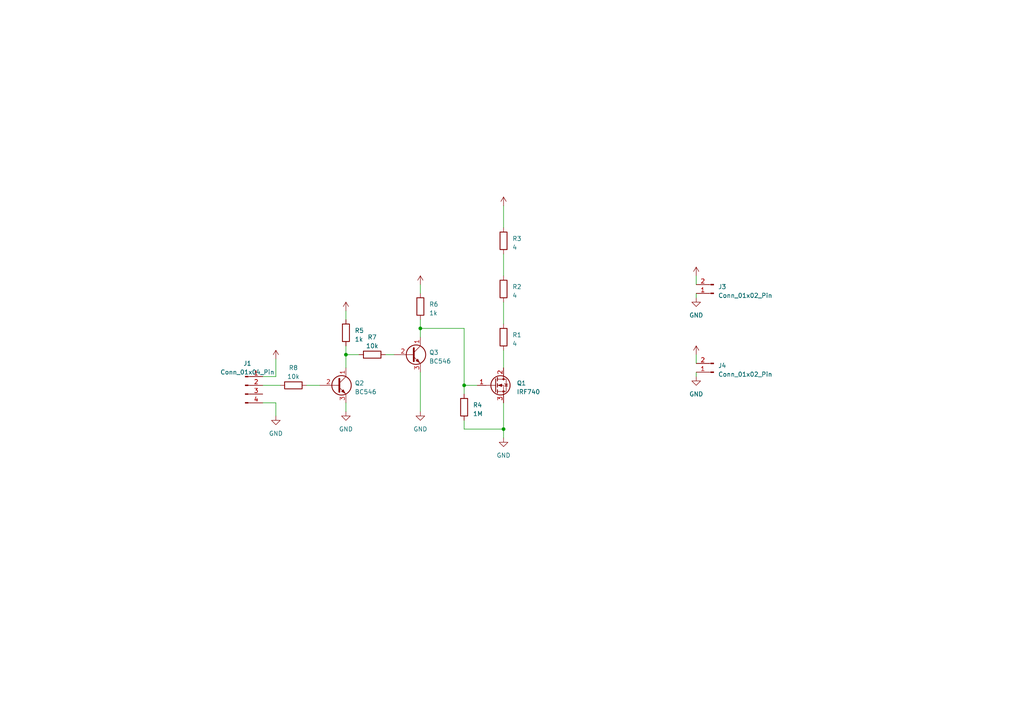
<source format=kicad_sch>
(kicad_sch (version 20230121) (generator eeschema)
  (paper "A4")
  (title_block (title "Pinzettenheizung") (date "2023-11-09") (rev "1.1") (company "E-Werkstatt Biologie") (comment 1 "Johann Schmid") (comment 2 "https://github.com/Johann-Schmid/PinzettenHeizung"))
  (lib_symbols
    (symbol "Connector:Conn_01x02_Pin" (pin_names (offset 1.016) hide)
      (property "Reference" "J" (at 0 2.54 0))
      (property "Value" "Conn_01x02_Pin" (at 0 -5.08 0))
      (symbol "Conn_01x02_Pin_1_1"
        (polyline (pts (xy 1.27 -2.54) (xy 0.8636 -2.54)) (stroke (width 0.1524)))
        (polyline (pts (xy 1.27 0) (xy 0.8636 0)) (stroke (width 0.1524)))
        (rectangle (start 0.8636 -2.413) (end 0 -2.667) (stroke (width 0.1524)) (fill (type outline)))
        (rectangle (start 0.8636 0.127) (end 0 -0.127) (stroke (width 0.1524)) (fill (type outline)))
        (pin passive line (at 5.08 0 180) (length 3.81) (name "Pin_1") (number "1"))
        (pin passive line (at 5.08 -2.54 180) (length 3.81) (name "Pin_2") (number "2"))
      )
    )
    (symbol "Connector:Conn_01x04_Pin" (pin_names (offset 1.016) hide)
      (property "Reference" "J" (at 0 5.08 0))
      (property "Value" "Conn_01x04_Pin" (at 0 -7.62 0))
      (symbol "Conn_01x04_Pin_1_1"
        (polyline (pts (xy 1.27 -5.08) (xy 0.8636 -5.08)) (stroke (width 0.1524)))
        (polyline (pts (xy 1.27 -2.54) (xy 0.8636 -2.54)) (stroke (width 0.1524)))
        (polyline (pts (xy 1.27 0) (xy 0.8636 0)) (stroke (width 0.1524)))
        (polyline (pts (xy 1.27 2.54) (xy 0.8636 2.54)) (stroke (width 0.1524)))
        (rectangle (start 0.8636 -4.953) (end 0 -5.207) (stroke (width 0.1524)) (fill (type outline)))
        (rectangle (start 0.8636 -2.413) (end 0 -2.667) (stroke (width 0.1524)) (fill (type outline)))
        (rectangle (start 0.8636 0.127) (end 0 -0.127) (stroke (width 0.1524)) (fill (type outline)))
        (rectangle (start 0.8636 2.667) (end 0 2.413) (stroke (width 0.1524)) (fill (type outline)))
        (pin passive line (at 5.08 2.54 180) (length 3.81) (name "Pin_1") (number "1"))
        (pin passive line (at 5.08 0 180) (length 3.81) (name "Pin_2") (number "2"))
        (pin passive line (at 5.08 -2.54 180) (length 3.81) (name "Pin_3") (number "3"))
        (pin passive line (at 5.08 -5.08 180) (length 3.81) (name "Pin_4") (number "4"))
      )
    )
    (symbol "Device:R" (pin_numbers hide) (pin_names (offset 0))
      (property "Reference" "R" (at 2.032 0 90))
      (property "Value" "R" (at 0 0 90))
      (symbol "R_0_1"
        (rectangle (start -1.016 -2.54) (end 1.016 2.54) (stroke (width 0.254)))
      )
      (symbol "R_1_1"
        (pin passive line (at 0 3.81 270) (length 1.27) (name "~") (number "1"))
        (pin passive line (at 0 -3.81 90) (length 1.27) (name "~") (number "2"))
      )
    )
    (symbol "Transistor_BJT:BC546" (pin_names (offset 0) hide)
      (property "Reference" "Q" (at 5.08 1.905 0))
      (property "Value" "BC546" (at 5.08 0 0))
      (symbol "BC546_0_1"
        (polyline (pts (xy 0 0) (xy 0.635 0)))
        (polyline (pts (xy 0.635 0.635) (xy 2.54 2.54)))
        (polyline (pts (xy 0.635 -0.635) (xy 2.54 -2.54) (xy 2.54 -2.54)))
        (polyline (pts (xy 0.635 1.905) (xy 0.635 -1.905) (xy 0.635 -1.905)) (stroke (width 0.508)))
        (polyline (pts (xy 1.27 -1.778) (xy 1.778 -1.27) (xy 2.286 -2.286) (xy 1.27 -1.778) (xy 1.27 -1.778)) (fill (type outline)))
        (circle (center 1.27 0) (radius 2.8194) (stroke (width 0.254)))
      )
      (symbol "BC546_1_1"
        (pin passive line (at 2.54 5.08 270) (length 2.54) (name "C") (number "1"))
        (pin input line (at -5.08 0 0) (length 5.08) (name "B") (number "2"))
        (pin passive line (at 2.54 -5.08 90) (length 2.54) (name "E") (number "3"))
      )
    )
    (symbol "Transistor_FET:IRF740" (pin_names hide)
      (property "Reference" "Q" (at 6.35 1.905 0))
      (property "Value" "IRF740" (at 6.35 0 0))
      (symbol "IRF740_0_1"
        (polyline (pts (xy 0.254 0) (xy -2.54 0)))
        (polyline (pts (xy 0.254 1.905) (xy 0.254 -1.905)) (stroke (width 0.254)))
        (polyline (pts (xy 0.762 -1.27) (xy 0.762 -2.286)) (stroke (width 0.254)))
        (polyline (pts (xy 0.762 0.508) (xy 0.762 -0.508)) (stroke (width 0.254)))
        (polyline (pts (xy 0.762 2.286) (xy 0.762 1.27)) (stroke (width 0.254)))
        (polyline (pts (xy 2.54 2.54) (xy 2.54 1.778)))
        (polyline (pts (xy 2.54 -2.54) (xy 2.54 0) (xy 0.762 0)))
        (polyline (pts (xy 0.762 -1.778) (xy 3.302 -1.778) (xy 3.302 1.778) (xy 0.762 1.778)))
        (polyline (pts (xy 1.016 0) (xy 2.032 0.381) (xy 2.032 -0.381) (xy 1.016 0)) (fill (type outline)))
        (polyline (pts (xy 2.794 0.508) (xy 2.921 0.381) (xy 3.683 0.381) (xy 3.81 0.254)))
        (polyline (pts (xy 3.302 0.381) (xy 2.921 -0.254) (xy 3.683 -0.254) (xy 3.302 0.381)))
        (circle (center 1.651 0) (radius 2.794) (stroke (width 0.254)))
        (circle (center 2.54 -1.778) (radius 0.254) (fill (type outline)))
        (circle (center 2.54 1.778) (radius 0.254) (fill (type outline)))
      )
      (symbol "IRF740_1_1"
        (pin input line (at -5.08 0 0) (length 2.54) (name "G") (number "1"))
        (pin passive line (at 2.54 5.08 270) (length 2.54) (name "D") (number "2"))
        (pin passive line (at 2.54 -5.08 90) (length 2.54) (name "S") (number "3"))
      )
    )
    (symbol "power:GND" (power) (pin_names (offset 0))
      (property "Value" "GND" (at 0 -3.81 0))
      (symbol "GND_0_1"
        (polyline (pts (xy 0 0) (xy 0 -1.27) (xy 1.27 -1.27) (xy 0 -2.54) (xy -1.27 -1.27) (xy 0 -1.27)))
      )
      (symbol "GND_1_1"
        (pin power_in line (at 0 0 270) (length 0) hide (name "GND") (number "1"))
      )
    )
    (symbol "power:VCC" (power) (pin_names (offset 0))
      (property "Value" "VCC" (at 0 3.81 0))
      (symbol "VCC_0_1"
        (polyline (pts (xy -0.762 1.27) (xy 0 2.54)))
        (polyline (pts (xy 0 0) (xy 0 2.54)))
        (polyline (pts (xy 0 2.54) (xy 0.762 1.27)))
      )
      (symbol "VCC_1_1"
        (pin power_in line (at 0 0 90) (length 0) hide (name "VCC") (number "1"))
      )
    )
  )
  (junction (at 100.33 102.87))
  (junction (at 121.92 95.25))
  (junction (at 146.05 124.46))
  (junction (at 134.62 111.76))
  (wire (pts (xy 146.05 73.66) (xy 146.05 80.01)))
  (wire (pts (xy 134.62 111.76) (xy 134.62 95.25)))
  (wire (pts (xy 76.2 109.22) (xy 80.01 109.22)))
  (wire (pts (xy 134.62 114.3) (xy 134.62 111.76)))
  (wire (pts (xy 121.92 107.95) (xy 121.92 119.38)))
  (wire (pts (xy 146.05 124.46) (xy 146.05 127)))
  (wire (pts (xy 88.9 111.76) (xy 92.71 111.76)))
  (wire (pts (xy 134.62 111.76) (xy 138.43 111.76)))
  (wire (pts (xy 121.92 95.25) (xy 121.92 97.79)))
  (wire (pts (xy 76.2 116.84) (xy 80.01 116.84)))
  (wire (pts (xy 100.33 100.33) (xy 100.33 102.87)))
  (wire (pts (xy 76.2 111.76) (xy 81.28 111.76)))
  (wire (pts (xy 134.62 124.46) (xy 146.05 124.46)))
  (wire (pts (xy 201.93 102.87) (xy 201.93 105.41)))
  (wire (pts (xy 111.76 102.87) (xy 114.3 102.87)))
  (wire (pts (xy 100.33 90.17) (xy 100.33 92.71)))
  (wire (pts (xy 146.05 116.84) (xy 146.05 124.46)))
  (wire (pts (xy 121.92 82.55) (xy 121.92 85.09)))
  (wire (pts (xy 201.93 80.01) (xy 201.93 82.55)))
  (wire (pts (xy 121.92 92.71) (xy 121.92 95.25)))
  (wire (pts (xy 134.62 121.92) (xy 134.62 124.46)))
  (wire (pts (xy 146.05 101.6) (xy 146.05 106.68)))
  (wire (pts (xy 146.05 59.69) (xy 146.05 66.04)))
  (wire (pts (xy 80.01 116.84) (xy 80.01 120.65)))
  (wire (pts (xy 80.01 109.22) (xy 80.01 104.14)))
  (wire (pts (xy 100.33 102.87) (xy 100.33 106.68)))
  (wire (pts (xy 146.05 87.63) (xy 146.05 93.98)))
  (wire (pts (xy 100.33 116.84) (xy 100.33 119.38)))
  (wire (pts (xy 201.93 85.09) (xy 201.93 86.36)))
  (wire (pts (xy 100.33 102.87) (xy 104.14 102.87)))
  (wire (pts (xy 121.92 95.25) (xy 134.62 95.25)))
  (wire (pts (xy 201.93 107.95) (xy 201.93 109.22)))
  (symbol (lib_id "Connector:Conn_01x04_Pin") (at 71.12 111.76 0) (unit 1)
    (property "Reference" "J1" (at 71.755 105.41 0))
    (property "Value" "Conn_01x04_Pin" (at 71.755 107.95 0))
  )
  (symbol (lib_id "power:GND") (at 100.33 119.38 0) (unit 1)
    (property "Reference" "#PWR09" (effects hide))
    (property "Value" "GND" (at 100.33 124.46 0))
  )
  (symbol (lib_id "power:VCC") (at 80.01 104.14 0) (unit 1)
    (property "Reference" "#PWR01" (effects hide))
    (property "Value" "VCC" (effects hide))
  )
  (symbol (lib_id "power:VCC") (at 201.93 80.01 0) (unit 1)
    (property "Reference" "#PWR06" (effects hide))
    (property "Value" "VCC" (effects hide))
  )
  (symbol (lib_id "power:VCC") (at 121.92 82.55 0) (unit 1)
    (property "Reference" "#PWR08" (effects hide))
    (property "Value" "VCC" (effects hide))
  )
  (symbol (lib_id "Device:R") (at 100.33 96.52 0) (unit 1)
    (property "Reference" "R5" (at 102.87 95.885 0) (effects (justify left)))
    (property "Value" "1k" (at 102.87 98.425 0) (effects (justify left)))
  )
  (symbol (lib_id "power:GND") (at 121.92 119.38 0) (unit 1)
    (property "Reference" "#PWR010" (effects hide))
    (property "Value" "GND" (at 121.92 124.46 0))
  )
  (symbol (lib_id "Transistor_FET:IRF740") (at 143.51 111.76 0) (unit 1)
    (property "Reference" "Q1" (at 149.86 111.125 0) (effects (justify left)))
    (property "Value" "IRF740" (at 149.86 113.665 0) (effects (justify left)))
    (property "Footprint" "Package_TO_SOT_THT:TO-220-3_Vertical" (effects hide))
    (property "Datasheet" "http://www.vishay.com/docs/91054/91054.pdf" (effects hide))
  )
  (symbol (lib_id "power:GND") (at 201.93 109.22 0) (unit 1)
    (property "Reference" "#PWR012" (effects hide))
    (property "Value" "GND" (at 201.93 114.3 0))
  )
  (symbol (lib_id "power:VCC") (at 100.33 90.17 0) (unit 1)
    (property "Reference" "#PWR07" (effects hide))
    (property "Value" "VCC" (effects hide))
  )
  (symbol (lib_id "Device:R") (at 134.62 118.11 0) (unit 1)
    (property "Reference" "R4" (at 137.16 117.475 0) (effects (justify left)))
    (property "Value" "1M" (at 137.16 120.015 0) (effects (justify left)))
  )
  (symbol (lib_id "power:GND") (at 201.93 86.36 0) (unit 1)
    (property "Reference" "#PWR05" (effects hide))
    (property "Value" "GND" (at 201.93 91.44 0))
  )
  (symbol (lib_id "Transistor_BJT:BC546") (at 119.38 102.87 0) (unit 1)
    (property "Reference" "Q3" (at 124.46 102.235 0) (effects (justify left)))
    (property "Value" "BC546" (at 124.46 104.775 0) (effects (justify left)))
    (property "Footprint" "Package_TO_SOT_THT:TO-92_Inline" (effects hide))
    (property "Datasheet" "https://www.onsemi.com/pub/Collateral/BC550-D.pdf" (effects hide))
  )
  (symbol (lib_id "Device:R") (at 146.05 97.79 0) (unit 1)
    (property "Reference" "R1" (at 148.59 97.155 0) (effects (justify left)))
    (property "Value" "4" (at 148.59 99.695 0) (effects (justify left)))
  )
  (symbol (lib_id "Device:R") (at 121.92 88.9 0) (unit 1)
    (property "Reference" "R6" (at 124.46 88.265 0) (effects (justify left)))
    (property "Value" "1k" (at 124.46 90.805 0) (effects (justify left)))
  )
  (symbol (lib_id "Device:R") (at 146.05 69.85 0) (unit 1)
    (property "Reference" "R3" (at 148.59 69.215 0) (effects (justify left)))
    (property "Value" "4" (at 148.59 71.755 0) (effects (justify left)))
  )
  (symbol (lib_id "power:GND") (at 146.05 127 0) (unit 1)
    (property "Reference" "#PWR03" (effects hide))
    (property "Value" "GND" (at 146.05 132.08 0))
  )
  (symbol (lib_id "power:VCC") (at 146.05 59.69 0) (unit 1)
    (property "Reference" "#PWR04" (effects hide))
    (property "Value" "VCC" (effects hide))
  )
  (symbol (lib_id "Device:R") (at 107.95 102.87 90) (unit 1)
    (property "Reference" "R7" (at 107.95 97.79 90))
    (property "Value" "10k" (at 107.95 100.33 90))
  )
  (symbol (lib_id "Device:R") (at 146.05 83.82 0) (unit 1)
    (property "Reference" "R2" (at 148.59 83.185 0) (effects (justify left)))
    (property "Value" "4" (at 148.59 85.725 0) (effects (justify left)))
  )
  (symbol (lib_id "Device:R") (at 85.09 111.76 90) (unit 1)
    (property "Reference" "R8" (at 85.09 106.68 90))
    (property "Value" "10k" (at 85.09 109.22 90))
  )
  (symbol (lib_id "Connector:Conn_01x02_Pin") (at 207.01 85.09 180) (unit 1)
    (property "Reference" "J3" (at 208.28 83.185 0) (effects (justify right)))
    (property "Value" "Conn_01x02_Pin" (at 208.28 85.725 0) (effects (justify right)))
  )
  (symbol (lib_id "Transistor_BJT:BC546") (at 97.79 111.76 0) (unit 1)
    (property "Reference" "Q2" (at 102.87 111.125 0) (effects (justify left)))
    (property "Value" "BC546" (at 102.87 113.665 0) (effects (justify left)))
    (property "Footprint" "Package_TO_SOT_THT:TO-92_Inline" (effects hide))
    (property "Datasheet" "https://www.onsemi.com/pub/Collateral/BC550-D.pdf" (effects hide))
  )
  (symbol (lib_id "power:GND") (at 80.01 120.65 0) (unit 1)
    (property "Reference" "#PWR02" (effects hide))
    (property "Value" "GND" (at 80.01 125.73 0))
  )
  (symbol (lib_id "power:VCC") (at 201.93 102.87 0) (unit 1)
    (property "Reference" "#PWR011" (effects hide))
    (property "Value" "VCC" (effects hide))
  )
  (symbol (lib_id "Connector:Conn_01x02_Pin") (at 207.01 107.95 180) (unit 1)
    (property "Reference" "J4" (at 208.28 106.045 0) (effects (justify right)))
    (property "Value" "Conn_01x02_Pin" (at 208.28 108.585 0) (effects (justify right)))
  )
)
</source>
